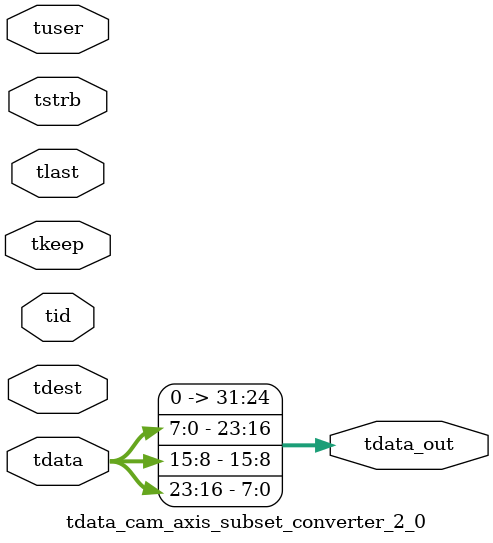
<source format=v>


`timescale 1ps/1ps

module tdata_cam_axis_subset_converter_2_0 #
(
parameter C_S_AXIS_TDATA_WIDTH = 32,
parameter C_S_AXIS_TUSER_WIDTH = 0,
parameter C_S_AXIS_TID_WIDTH   = 0,
parameter C_S_AXIS_TDEST_WIDTH = 0,
parameter C_M_AXIS_TDATA_WIDTH = 32
)
(
input  [(C_S_AXIS_TDATA_WIDTH == 0 ? 1 : C_S_AXIS_TDATA_WIDTH)-1:0     ] tdata,
input  [(C_S_AXIS_TUSER_WIDTH == 0 ? 1 : C_S_AXIS_TUSER_WIDTH)-1:0     ] tuser,
input  [(C_S_AXIS_TID_WIDTH   == 0 ? 1 : C_S_AXIS_TID_WIDTH)-1:0       ] tid,
input  [(C_S_AXIS_TDEST_WIDTH == 0 ? 1 : C_S_AXIS_TDEST_WIDTH)-1:0     ] tdest,
input  [(C_S_AXIS_TDATA_WIDTH/8)-1:0 ] tkeep,
input  [(C_S_AXIS_TDATA_WIDTH/8)-1:0 ] tstrb,
input                                                                    tlast,
output [C_M_AXIS_TDATA_WIDTH-1:0] tdata_out
);

assign tdata_out = {40'b00000000000000000000000000000000,tdata[7:0],tdata[15:8],tdata[23:16]};

endmodule


</source>
